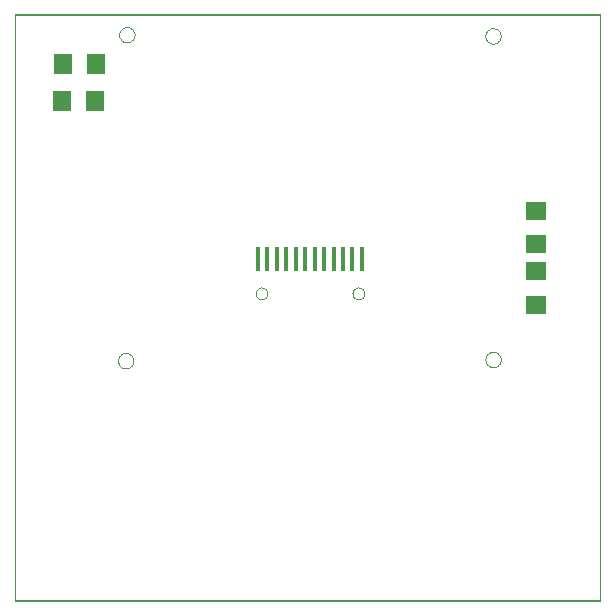
<source format=gtp>
G75*
G70*
%OFA0B0*%
%FSLAX24Y24*%
%IPPOS*%
%LPD*%
%AMOC8*
5,1,8,0,0,1.08239X$1,22.5*
%
%ADD10C,0.0000*%
%ADD11R,0.0157X0.0787*%
%ADD12R,0.0630X0.0709*%
%ADD13R,0.0710X0.0630*%
%ADD14R,0.0709X0.0630*%
D10*
X000736Y000100D02*
X000736Y019663D01*
X020252Y019663D01*
X020252Y000100D01*
X000736Y000100D01*
X000750Y000128D02*
X000750Y019628D01*
X020250Y019628D01*
X020250Y000128D01*
X000750Y000128D01*
X004181Y008120D02*
X004183Y008151D01*
X004189Y008182D01*
X004198Y008212D01*
X004211Y008241D01*
X004228Y008268D01*
X004248Y008292D01*
X004270Y008314D01*
X004296Y008333D01*
X004323Y008349D01*
X004352Y008361D01*
X004382Y008370D01*
X004413Y008375D01*
X004445Y008376D01*
X004476Y008373D01*
X004507Y008366D01*
X004537Y008356D01*
X004565Y008342D01*
X004591Y008324D01*
X004615Y008304D01*
X004636Y008280D01*
X004655Y008255D01*
X004670Y008227D01*
X004681Y008198D01*
X004689Y008167D01*
X004693Y008136D01*
X004693Y008104D01*
X004689Y008073D01*
X004681Y008042D01*
X004670Y008013D01*
X004655Y007985D01*
X004636Y007960D01*
X004615Y007936D01*
X004591Y007916D01*
X004565Y007898D01*
X004537Y007884D01*
X004507Y007874D01*
X004476Y007867D01*
X004445Y007864D01*
X004413Y007865D01*
X004382Y007870D01*
X004352Y007879D01*
X004323Y007891D01*
X004296Y007907D01*
X004270Y007926D01*
X004248Y007948D01*
X004228Y007972D01*
X004211Y007999D01*
X004198Y008028D01*
X004189Y008058D01*
X004183Y008089D01*
X004181Y008120D01*
X008768Y010364D02*
X008770Y010391D01*
X008776Y010418D01*
X008785Y010444D01*
X008798Y010468D01*
X008814Y010491D01*
X008833Y010510D01*
X008855Y010527D01*
X008879Y010541D01*
X008904Y010551D01*
X008931Y010558D01*
X008958Y010561D01*
X008986Y010560D01*
X009013Y010555D01*
X009039Y010547D01*
X009063Y010535D01*
X009086Y010519D01*
X009107Y010501D01*
X009124Y010480D01*
X009139Y010456D01*
X009150Y010431D01*
X009158Y010405D01*
X009162Y010378D01*
X009162Y010350D01*
X009158Y010323D01*
X009150Y010297D01*
X009139Y010272D01*
X009124Y010248D01*
X009107Y010227D01*
X009086Y010209D01*
X009064Y010193D01*
X009039Y010181D01*
X009013Y010173D01*
X008986Y010168D01*
X008958Y010167D01*
X008931Y010170D01*
X008904Y010177D01*
X008879Y010187D01*
X008855Y010201D01*
X008833Y010218D01*
X008814Y010237D01*
X008798Y010260D01*
X008785Y010284D01*
X008776Y010310D01*
X008770Y010337D01*
X008768Y010364D01*
X011996Y010364D02*
X011998Y010391D01*
X012004Y010418D01*
X012013Y010444D01*
X012026Y010468D01*
X012042Y010491D01*
X012061Y010510D01*
X012083Y010527D01*
X012107Y010541D01*
X012132Y010551D01*
X012159Y010558D01*
X012186Y010561D01*
X012214Y010560D01*
X012241Y010555D01*
X012267Y010547D01*
X012291Y010535D01*
X012314Y010519D01*
X012335Y010501D01*
X012352Y010480D01*
X012367Y010456D01*
X012378Y010431D01*
X012386Y010405D01*
X012390Y010378D01*
X012390Y010350D01*
X012386Y010323D01*
X012378Y010297D01*
X012367Y010272D01*
X012352Y010248D01*
X012335Y010227D01*
X012314Y010209D01*
X012292Y010193D01*
X012267Y010181D01*
X012241Y010173D01*
X012214Y010168D01*
X012186Y010167D01*
X012159Y010170D01*
X012132Y010177D01*
X012107Y010187D01*
X012083Y010201D01*
X012061Y010218D01*
X012042Y010237D01*
X012026Y010260D01*
X012013Y010284D01*
X012004Y010310D01*
X011998Y010337D01*
X011996Y010364D01*
X016425Y008159D02*
X016427Y008190D01*
X016433Y008221D01*
X016442Y008251D01*
X016455Y008280D01*
X016472Y008307D01*
X016492Y008331D01*
X016514Y008353D01*
X016540Y008372D01*
X016567Y008388D01*
X016596Y008400D01*
X016626Y008409D01*
X016657Y008414D01*
X016689Y008415D01*
X016720Y008412D01*
X016751Y008405D01*
X016781Y008395D01*
X016809Y008381D01*
X016835Y008363D01*
X016859Y008343D01*
X016880Y008319D01*
X016899Y008294D01*
X016914Y008266D01*
X016925Y008237D01*
X016933Y008206D01*
X016937Y008175D01*
X016937Y008143D01*
X016933Y008112D01*
X016925Y008081D01*
X016914Y008052D01*
X016899Y008024D01*
X016880Y007999D01*
X016859Y007975D01*
X016835Y007955D01*
X016809Y007937D01*
X016781Y007923D01*
X016751Y007913D01*
X016720Y007906D01*
X016689Y007903D01*
X016657Y007904D01*
X016626Y007909D01*
X016596Y007918D01*
X016567Y007930D01*
X016540Y007946D01*
X016514Y007965D01*
X016492Y007987D01*
X016472Y008011D01*
X016455Y008038D01*
X016442Y008067D01*
X016433Y008097D01*
X016427Y008128D01*
X016425Y008159D01*
X016425Y018946D02*
X016427Y018977D01*
X016433Y019008D01*
X016442Y019038D01*
X016455Y019067D01*
X016472Y019094D01*
X016492Y019118D01*
X016514Y019140D01*
X016540Y019159D01*
X016567Y019175D01*
X016596Y019187D01*
X016626Y019196D01*
X016657Y019201D01*
X016689Y019202D01*
X016720Y019199D01*
X016751Y019192D01*
X016781Y019182D01*
X016809Y019168D01*
X016835Y019150D01*
X016859Y019130D01*
X016880Y019106D01*
X016899Y019081D01*
X016914Y019053D01*
X016925Y019024D01*
X016933Y018993D01*
X016937Y018962D01*
X016937Y018930D01*
X016933Y018899D01*
X016925Y018868D01*
X016914Y018839D01*
X016899Y018811D01*
X016880Y018786D01*
X016859Y018762D01*
X016835Y018742D01*
X016809Y018724D01*
X016781Y018710D01*
X016751Y018700D01*
X016720Y018693D01*
X016689Y018690D01*
X016657Y018691D01*
X016626Y018696D01*
X016596Y018705D01*
X016567Y018717D01*
X016540Y018733D01*
X016514Y018752D01*
X016492Y018774D01*
X016472Y018798D01*
X016455Y018825D01*
X016442Y018854D01*
X016433Y018884D01*
X016427Y018915D01*
X016425Y018946D01*
X004220Y018986D02*
X004222Y019017D01*
X004228Y019048D01*
X004237Y019078D01*
X004250Y019107D01*
X004267Y019134D01*
X004287Y019158D01*
X004309Y019180D01*
X004335Y019199D01*
X004362Y019215D01*
X004391Y019227D01*
X004421Y019236D01*
X004452Y019241D01*
X004484Y019242D01*
X004515Y019239D01*
X004546Y019232D01*
X004576Y019222D01*
X004604Y019208D01*
X004630Y019190D01*
X004654Y019170D01*
X004675Y019146D01*
X004694Y019121D01*
X004709Y019093D01*
X004720Y019064D01*
X004728Y019033D01*
X004732Y019002D01*
X004732Y018970D01*
X004728Y018939D01*
X004720Y018908D01*
X004709Y018879D01*
X004694Y018851D01*
X004675Y018826D01*
X004654Y018802D01*
X004630Y018782D01*
X004604Y018764D01*
X004576Y018750D01*
X004546Y018740D01*
X004515Y018733D01*
X004484Y018730D01*
X004452Y018731D01*
X004421Y018736D01*
X004391Y018745D01*
X004362Y018757D01*
X004335Y018773D01*
X004309Y018792D01*
X004287Y018814D01*
X004267Y018838D01*
X004250Y018865D01*
X004237Y018894D01*
X004228Y018924D01*
X004222Y018955D01*
X004220Y018986D01*
D11*
X008846Y011506D03*
X009161Y011506D03*
X009476Y011506D03*
X009791Y011506D03*
X010106Y011506D03*
X010421Y011506D03*
X010736Y011506D03*
X011051Y011506D03*
X011366Y011506D03*
X011681Y011506D03*
X011996Y011506D03*
X012311Y011506D03*
D12*
X003429Y016773D03*
X002327Y016773D03*
X002335Y018021D03*
X003437Y018021D03*
D13*
X018112Y011101D03*
X018112Y009981D03*
D14*
X018121Y012002D03*
X018121Y013104D03*
M02*

</source>
